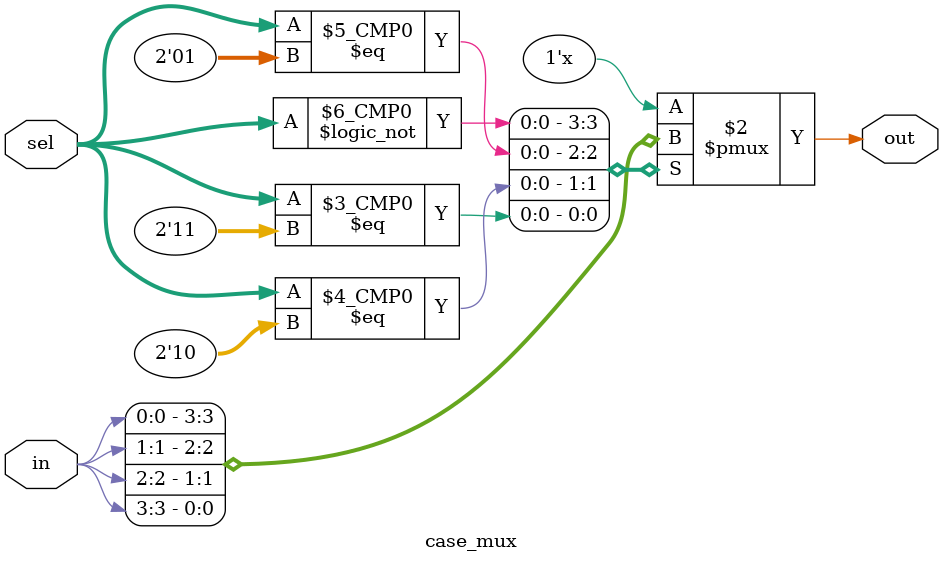
<source format=v>
`timescale 1ns / 1ps
module case_mux(out,in,sel);// module decleration
output reg out; // in & out port declration 
input [3:0]in;
input [1:0]sel;
always@(*)
case(sel)           // design mux output using case statement 
2'd0 : out = in[0];
2'd1 : out = in[1];
2'd2 : out = in[2];
2'd3 : out = in[3];
endcase
endmodule

</source>
